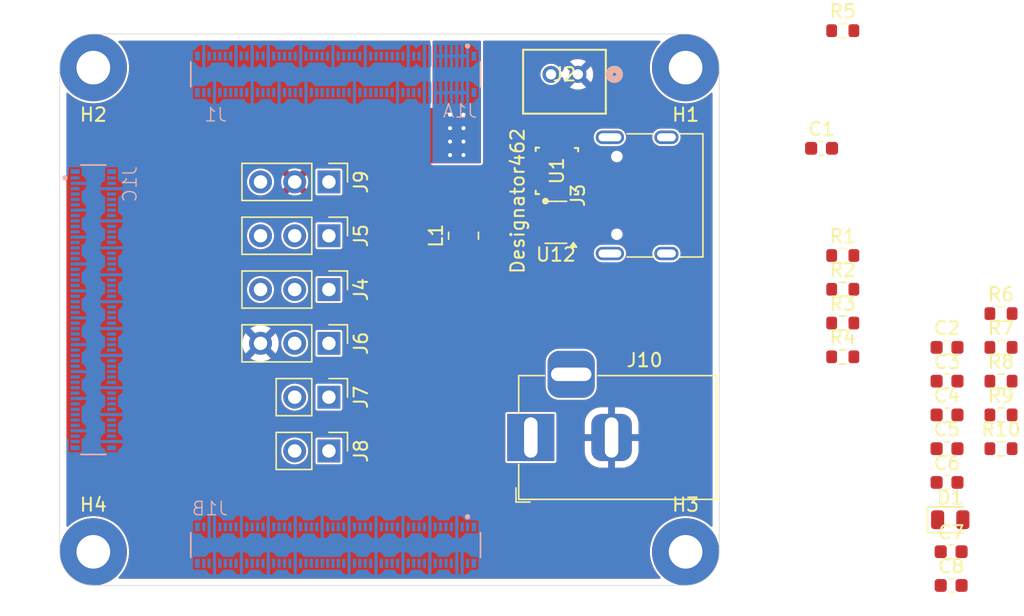
<source format=kicad_pcb>
(kicad_pcb (version 20241229) (generator "pcbnew") (generator_version "9.0")
  (layers (0 "F.Cu" signal) (2 "B.Cu" signal) (13 "F.Paste" user) (15 "B.Paste" user) (5 "F.SilkS" user "F.Silkscreen") (7 "B.SilkS" user "B.Silkscreen") (1 "F.Mask" user) (3 "B.Mask" user) (25 "Edge.Cuts" user))
  (net 0 "")
  (net 9 "/USB_D+")
  (net 14 "/USB_D-")
  (net 19 "V_USB")
  (net 27 "Net-(J3-SHIELD)")
  (net 30 "Net-(J3-CC1)")
  (net 34 "Net-(J3-CC2)")
  (net 42 "Net-(U12-VP)")
  (net 49 "/USB_SOM_D+")
  (net 53 "/USB_SOM_D-")
  (net 59 "VBAT")
  (net 61 "/USB_POW_D-")
  (net 65 "/USB_POW_D+")
  (net 256 "GND")
  (net 259 "Net-(U1-PMID)")
  (net 260 "Net-(D1-A)")
  (net 261 "+5V")
  (net 263 "Net-(J6-Pin_1)")
  (net 265 "Net-(J6-Pin_2)")
  (net 266 "Net-(J7-Pin_1)")
  (net 267 "/SCL")
  (net 268 "/SDA")
  (net 270 "Net-(J8-Pin_1)")
  (net 271 "VREG_OUT")
  (net 272 "Vps")
  (net 273 "Net-(U1-SW)")
  (net 274 "Net-(U1-STAT)")
  (net 275 "Net-(U1-BTST)")
  (net 276 "Net-(U1-REGN)")
  (net 277 "/~{CSn}")
  (footprint "Connector_USB:USB_C_Receptacle_G-Switch_GT-USB-7010ASV" (layer "F.Cu") (at 141.225004 112.645 90)
    (property "Reference" "J3")
    (property "Value" "USB_C_Receptacle_USB2.0_16P")
  )
  (footprint "Resistor_SMD:R_0603_1608Metric" (layer "F.Cu") (at 155.400004 119.625)
    (property "Reference" "R2")
    (property "Value" "5.1k")
  )
  (footprint "MountingHole:MountingHole_2.5mm_Pad_TopBottom" (layer "F.Cu") (at 143.724998 103.145)
    (property "Reference" "H1")
    (property "Value" "MountingHole_Pad")
  )
  (footprint "Resistor_SMD:R_0603_1608Metric" (layer "F.Cu") (at 155.400004 122.135)
    (property "Reference" "R3")
    (property "Value" "5.1k")
  )
  (footprint "BQ25629RYKR:RYK0018A-MFG" (layer "F.Cu") (at 134.163754 110.82 90)
    (property "Reference" "U1")
    (property "Value" "BQ25629RYKR")
  )
  (footprint "MountingHole:MountingHole_2.5mm_Pad_TopBottom" (layer "F.Cu") (at 143.724998 139.145)
    (property "Reference" "H3")
    (property "Value" "MountingHole_Pad")
  )
  (footprint "Inductor_SMD:L_1008_2520Metric_Pad1.43x2.20mm_HandSolder" (layer "F.Cu") (at 127.225004 115.645 90)
    (property "Reference" "L1")
    (property "Value" "L")
  )
  (footprint "Capacitor_SMD:C_0603_1608Metric" (layer "F.Cu") (at 163.145004 128.965)
    (property "Reference" "C4")
    (property "Value" "0.1uf")
  )
  (footprint "Capacitor_SMD:C_0603_1608Metric" (layer "F.Cu") (at 163.145004 126.455)
    (property "Reference" "C3")
    (property "Value" "10uf")
  )
  (footprint "JST_Pins:CONN2_B2B-PH-K-S_JST" (layer "F.Cu") (at 135.725004 103.645)
    (property "Reference" "J2")
    (property "Value" "B2B-PH-K-S")
  )
  (footprint "Package_TO_SOT_SMD:SOT-23-6" (layer "F.Cu") (at 134.087504 114.645 180)
    (property "Reference" "U12")
    (property "Value" "SRV05-4")
  )
  (footprint "Resistor_SMD:R_0603_1608Metric" (layer "F.Cu") (at 167.155004 126.455)
    (property "Reference" "R8")
    (property "Value" "4.7k")
  )
  (footprint "Connector_PinHeader_2.54mm:PinHeader_1x03_P2.54mm_Vertical" (layer "F.Cu") (at 117.225004 123.645 -90)
    (property "Reference" "J6")
    (property "Value" "Conn_01x03")
  )
  (footprint "MountingHole:MountingHole_2.5mm_Pad_TopBottom" (layer "F.Cu") (at 99.725005 103.145)
    (property "Reference" "H2")
    (property "Value" "MountingHole_Pad")
  )
  (footprint "MountingHole:MountingHole_2.5mm_Pad_TopBottom" (layer "F.Cu") (at 99.725005 139.145)
    (property "Reference" "H4")
    (property "Value" "MountingHole_Pad")
  )
  (footprint "Capacitor_SMD:C_0603_1608Metric" (layer "F.Cu") (at 163.145004 131.475)
    (property "Reference" "C5")
    (property "Value" "10uf")
  )
  (footprint "Resistor_SMD:R_0603_1608Metric" (layer "F.Cu") (at 155.400004 100.395)
    (property "Reference" "R5")
    (property "Value" "100k")
  )
  (footprint "Connector_PinHeader_2.54mm:PinHeader_1x02_P2.54mm_Vertical" (layer "F.Cu") (at 117.225004 127.645 -90)
    (property "Reference" "J7")
    (property "Value" "Conn_01x02")
  )
  (footprint "Connector_BarrelJack:BarrelJack_Horizontal" (layer "F.Cu") (at 132.225004 130.645 180)
    (property "Reference" "J10")
    (property "Value" "Barrel_Jack_MountingPin")
  )
  (footprint "Connector_PinHeader_2.54mm:PinHeader_1x02_P2.54mm_Vertical" (layer "F.Cu") (at 117.225004 131.645 -90)
    (property "Reference" "J8")
    (property "Value" "Conn_01x02")
  )
  (footprint "Capacitor_SMD:C_0603_1608Metric" (layer "F.Cu") (at 163.145004 133.985)
    (property "Reference" "C6")
    (property "Value" "0.1uf")
  )
  (footprint "Capacitor_SMD:C_0603_1608Metric" (layer "F.Cu") (at 163.450004 141.645)
    (property "Reference" "C8")
    (property "Value" "47 nF")
  )
  (footprint "Resistor_SMD:R_0603_1608Metric" (layer "F.Cu") (at 155.400004 117.115)
    (property "Reference" "R1")
    (property "Value" "5.1k")
  )
  (footprint "Capacitor_SMD:C_0603_1608Metric" (layer "F.Cu") (at 163.450004 139.135)
    (property "Reference" "C7")
    (property "Value" "4.7 uF")
  )
  (footprint "Connector_PinHeader_2.54mm:PinHeader_1x03_P2.54mm_Vertical" (layer "F.Cu") (at 117.225004 111.645 -90)
    (property "Reference" "J9")
    (property "Value" "Conn_01x03")
  )
  (footprint "Capacitor_SMD:C_0603_1608Metric" (layer "F.Cu") (at 163.145004 123.945)
    (property "Reference" "C2")
    (property "Value" "0.1uf")
  )
  (footprint "Capacitor_SMD:C_0603_1608Metric" (layer "F.Cu") (at 153.825004 109.145)
    (property "Reference" "C1")
    (property "Value" "10uf")
  )
  (footprint "Resistor_SMD:R_0603_1608Metric" (layer "F.Cu") (at 167.155004 131.475)
    (property "Reference" "R10")
    (property "Value" "10K")
  )
  (footprint "Connector_PinHeader_2.54mm:PinHeader_1x03_P2.54mm_Vertical" (layer "F.Cu") (at 117.225004 115.645 -90)
    (property "Reference" "J5")
    (property "Value" "Conn_01x03")
  )
  (footprint "LED_SMD:LED_0805_2012Metric" (layer "F.Cu") (at 163.385004 136.76)
    (property "Reference" "D1")
    (property "Value" "LED")
  )
  (footprint "Connector_PinHeader_2.54mm:PinHeader_1x03_P2.54mm_Vertical" (layer "F.Cu") (at 117.225004 119.645 -90)
    (property "Reference" "J4")
    (property "Value" "Conn_01x03")
  )
  (footprint "Resistor_SMD:R_0603_1608Metric" (layer "F.Cu") (at 167.155004 128.965)
    (property "Reference" "R9")
    (property "Value" "4.7k")
  )
  (footprint "Resistor_SMD:R_0603_1608Metric" (layer "F.Cu") (at 167.155004 121.435)
    (property "Reference" "R6")
    (property "Value" "330")
  )
  (footprint "Resistor_SMD:R_0603_1608Metric" (layer "F.Cu") (at 155.400004 124.645)
    (property "Reference" "R4")
    (property "Value" "1M")
  )
  (footprint "Resistor_SMD:R_0603_1608Metric" (layer "F.Cu") (at 167.155004 123.945)
    (property "Reference" "R7")
    (property "Value" "10K")
  )
  (footprint "footprint_Zynq_SoM:Zynq_SoM" (layer "B.Cu") (at 143.570618 100.148904 180)
    (property "Reference" "J1")
    (property "Value" "Zynq_SoM")
  )
  (gr_arc (start 146.224998 139.145) (mid 145.492765 140.912767) (end 143.724998 141.645) (stroke (width 0.05)) (layer "Edge.Cuts"))
  (gr_line (start 99.725005 141.645) (end 143.724998 141.645) (stroke (width 0.05)) (layer "Edge.Cuts"))
  (gr_arc (start 97.225005 103.145) (mid 97.957238 101.377233) (end 99.725005 100.645) (stroke (width 0.05)) (layer "Edge.Cuts"))
  (gr_line (start 97.225005 103.145) (end 97.225005 139.145) (stroke (width 0.05)) (layer "Edge.Cuts"))
  (gr_line (start 143.724998 100.645) (end 99.725005 100.645) (stroke (width 0.05)) (layer "Edge.Cuts"))
  (gr_line (start 146.224998 139.145) (end 146.224998 103.145) (stroke (width 0.05)) (layer "Edge.Cuts"))
  (gr_arc (start 99.725005 141.645) (mid 97.957238 140.912767) (end 97.225005 139.145) (stroke (width 0.05)) (layer "Edge.Cuts"))
  (gr_arc (start 143.724998 100.645) (mid 145.492765 101.377233) (end 146.224998 103.145) (stroke (width 0.05)) (layer "Edge.Cuts"))
  (segment (start 136.025004 112.895) (end 135.225004 113.695) (width 0.2) (layer "F.Cu") (net 9))
  (segment (start 137.500004 112.895) (end 136.025004 112.895) (width 0.2) (layer "F.Cu") (net 9))
  (segment (start 136.090104 113.9849) (end 136.090104 115.392399) (width 0.2) (layer "F.Cu") (net 14))
  (segment (start 137.500004 113.395) (end 136.680004 113.395) (width 0.2) (layer "F.Cu") (net 14))
  (segment (start 136.680004 113.395) (end 136.090104 113.9849) (width 0.2) (layer "F.Cu") (net 14))
  (segment (start 135.887503 115.595) (end 135.225004 115.595) (width 0.2) (layer "F.Cu") (net 14))
  (segment (start 136.090104 115.392399) (end 135.887503 115.595) (width 0.2) (layer "F.Cu") (net 14))
  (segment (start 135.304755 110.195) (end 135.304755 110.210249) (width 0.2) (layer "F.Cu") (net 19))
  (segment (start 135.820004 110.245) (end 137.500004 110.245) (width 0.2) (layer "F.Cu") (net 19))
  (segment (start 135.304755 110.195) (end 135.770004 110.195) (width 0.2) (layer "F.Cu") (net 19))
  (segment (start 135.304755 110.210249) (end 135.295004 110.22) (width 0.2) (layer "F.Cu") (net 19))
  (segment (start 135.770004 110.195) (end 135.820004 110.245) (width 0.2) (layer "F.Cu") (net 19))
  (via (at 127.225004 108.645) (size 0.6) (drill 0.3) (layers "F.Cu" "B.Cu") (net 261))
  (via (at 126.225004 106.645) (size 0.6) (drill 0.3) (layers "F.Cu" "B.Cu") (net 261))
  (via (at 126.225004 109.645) (size 0.6) (drill 0.3) (layers "F.Cu" "B.Cu") (net 261))
  (via (at 126.225004 108.645) (size 0.6) (drill 0.3) (layers "F.Cu" "B.Cu") (net 261))
  (via (at 127.225004 107.645) (size 0.6) (drill 0.3) (layers "F.Cu" "B.Cu") (net 261))
  (via (at 127.225004 106.645) (size 0.6) (drill 0.3) (layers "F.Cu" "B.Cu") (net 261))
  (via (at 126.225004 107.645) (size 0.6) (drill 0.3) (layers "F.Cu" "B.Cu") (net 261))
  (via (at 127.225004 109.645) (size 0.6) (drill 0.3) (layers "F.Cu" "B.Cu") (net 261))
  (segment (start 131.387503 110.644999) (end 133.213753 110.644999) (width 0.2) (layer "F.Cu") (net 273))
  (segment (start 131.225004 110.4825) (end 131.387503 110.644999) (width 0.2) (layer "F.Cu") (net 273))
  (zone (net 261) (net_name "+5V") (layer "F.Cu") (priority 2) (connect_pads (clearance 0.1524)) (min_thickness 0.1524) (fill yes (thermal_gap 0.5) (thermal_bridge_width 0.5))
    (polygon (pts (xy 128.525004 106.145) (xy 113.225004 106.145) (xy 113.225004 112.845) (xy 116.125004 112.845) (xy 116.125004 110.265) (xy 128.525004 110.265)))
  )
  (zone (net 256) (net_name "GND") (layers "F.Cu" "B.Cu") (connect_pads (clearance 0.1524)) (min_thickness 0.1524) (fill yes (thermal_gap 0.5) (thermal_bridge_width 0.5))
    (polygon (pts (xy 96.225004 99.645) (xy 147.225004 99.645) (xy 147.225004 142.645) (xy 96.225004 142.645)))
  )
  (zone (net 261) (net_name "+5V") (layers "F.Cu" "B.Cu") (priority 1) (connect_pads (clearance 0.1524)) (min_thickness 0.1524) (fill yes (thermal_gap 0.5) (thermal_bridge_width 0.5))
    (polygon (pts (xy 124.925004 100.645) (xy 128.525004 100.645) (xy 128.525004 110.245) (xy 124.925004 110.245)))
  )
)
</source>
